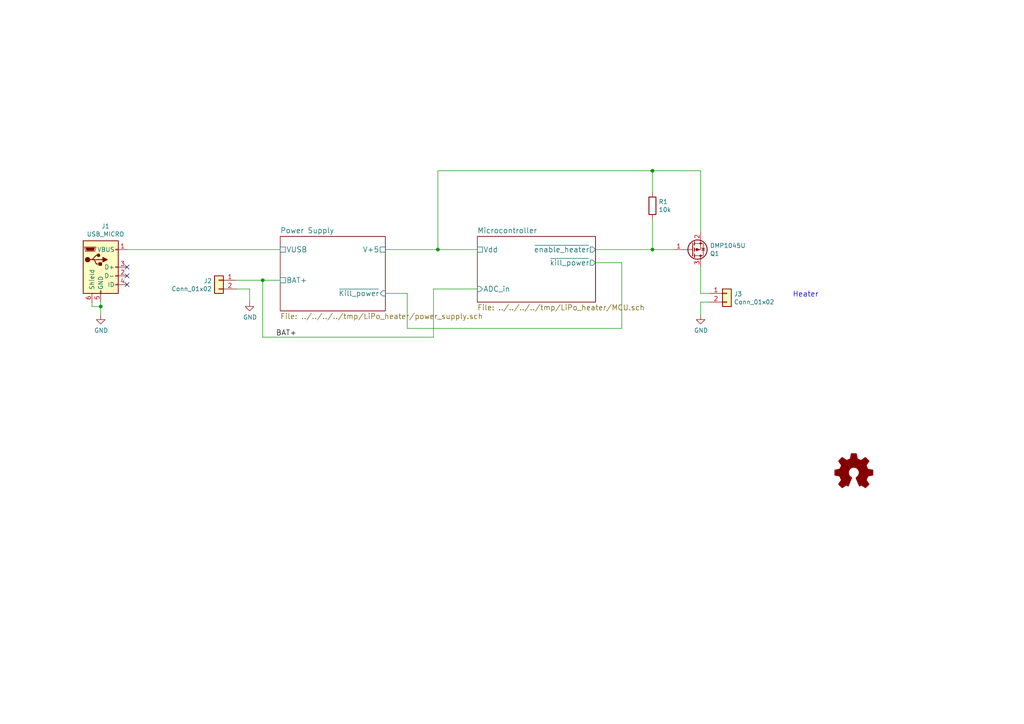
<source format=kicad_sch>
(kicad_sch (version 20230121) (generator eeschema)
  (paper "A4")
  (lib_symbols
    (symbol "Connector_Generic:Conn_01x02" (pin_names (offset 1.016) hide)
      (property "Reference" "J" (at 0 2.54 0))
      (property "Value" "Conn_01x02" (at 0 -5.08 0))
      (symbol "Conn_01x02_1_1"
        (rectangle (start -1.27 -2.413) (end 0 -2.667) (stroke (width 0.1524)))
        (rectangle (start -1.27 0.127) (end 0 -0.127) (stroke (width 0.1524)))
        (rectangle (start -1.27 1.27) (end 1.27 -3.81) (stroke (width 0.254)) (fill (type background)))
        (pin passive line (at -5.08 0 0) (length 3.81) (name "Pin_1") (number "1"))
        (pin passive line (at -5.08 -2.54 0) (length 3.81) (name "Pin_2") (number "2"))
      )
    )
    (symbol "Device:Q_PMOS_GSD" (pin_names (offset 0) hide)
      (property "Reference" "Q" (at 5.08 1.27 0))
      (property "Value" "Q_PMOS_GSD" (at 5.08 -1.27 0))
      (symbol "Q_PMOS_GSD_0_1"
        (polyline (pts (xy 0.254 0) (xy -2.54 0)))
        (polyline (pts (xy 0.254 1.905) (xy 0.254 -1.905)) (stroke (width 0.254)))
        (polyline (pts (xy 0.762 -1.27) (xy 0.762 -2.286)) (stroke (width 0.254)))
        (polyline (pts (xy 0.762 0.508) (xy 0.762 -0.508)) (stroke (width 0.254)))
        (polyline (pts (xy 0.762 2.286) (xy 0.762 1.27)) (stroke (width 0.254)))
        (polyline (pts (xy 2.54 2.54) (xy 2.54 1.778)))
        (polyline (pts (xy 2.54 -2.54) (xy 2.54 0) (xy 0.762 0)))
        (polyline (pts (xy 0.762 1.778) (xy 3.302 1.778) (xy 3.302 -1.778) (xy 0.762 -1.778)))
        (polyline (pts (xy 2.286 0) (xy 1.27 0.381) (xy 1.27 -0.381) (xy 2.286 0)) (fill (type outline)))
        (polyline (pts (xy 2.794 -0.508) (xy 2.921 -0.381) (xy 3.683 -0.381) (xy 3.81 -0.254)))
        (polyline (pts (xy 3.302 -0.381) (xy 2.921 0.254) (xy 3.683 0.254) (xy 3.302 -0.381)))
        (circle (center 1.651 0) (radius 2.794) (stroke (width 0.254)))
        (circle (center 2.54 -1.778) (radius 0.254) (fill (type outline)))
        (circle (center 2.54 1.778) (radius 0.254) (fill (type outline)))
      )
      (symbol "Q_PMOS_GSD_1_1"
        (pin input line (at -5.08 0 0) (length 2.54) (name "G") (number "1"))
        (pin passive line (at 2.54 -5.08 90) (length 2.54) (name "S") (number "2"))
        (pin passive line (at 2.54 5.08 270) (length 2.54) (name "D") (number "3"))
      )
    )
    (symbol "Device:R" (pin_numbers hide) (pin_names (offset 0))
      (property "Reference" "R" (at 2.032 0 90))
      (property "Value" "R" (at 0 0 90))
      (symbol "R_0_1"
        (rectangle (start -1.016 -2.54) (end 1.016 2.54) (stroke (width 0.254)))
      )
      (symbol "R_1_1"
        (pin passive line (at 0 3.81 270) (length 1.27) (name "~") (number "1"))
        (pin passive line (at 0 -3.81 90) (length 1.27) (name "~") (number "2"))
      )
    )
    (symbol "Graphic:Logo_Open_Hardware_Small" (in_bom no) (on_board no)
      (symbol "Logo_Open_Hardware_Small_0_1"
        (polyline (pts (xy 3.3528 -4.3434) (xy 3.302 -4.318) (xy 3.175 -4.2418) (xy 2.9972 -4.1148) (xy 2.7686 -3.9624) (xy 2.54 -3.81) (xy 2.3622 -3.7084) (xy 2.2352 -3.6068) (xy 2.1844 -3.5814) (xy 2.159 -3.6068) (xy 2.0574 -3.6576) (xy 1.905 -3.7338) (xy 1.8034 -3.7846) (xy 1.6764 -3.8354) (xy 1.6002 -3.8354) (xy 1.6002 -3.8354) (xy 1.5494 -3.7338) (xy 1.4732 -3.5306) (xy 1.3462 -3.302) (xy 1.2446 -3.0226) (xy 1.1176 -2.7178) (xy 0.9652 -2.413) (xy 0.8636 -2.1082) (xy 0.7366 -1.8288) (xy 0.6604 -1.6256) (xy 0.6096 -1.4732) (xy 0.5842 -1.397) (xy 0.5842 -1.397) (xy 0.6604 -1.3208) (xy 0.7874 -1.2446) (xy 1.0414 -1.016) (xy 1.2954 -0.6858) (xy 1.4478 -0.3302) (xy 1.524 0.0762) (xy 1.4732 0.4572) (xy 1.3208 0.8128) (xy 1.0668 1.143) (xy 0.762 1.3716) (xy 0.4064 1.524) (xy 0 1.5748) (xy -0.381 1.5494) (xy -0.7366 1.397) (xy -1.0668 1.143) (xy -1.2192 0.9906) (xy -1.397 0.6604) (xy -1.524 0.3048) (xy -1.524 0.2286) (xy -1.4986 -0.1778) (xy -1.397 -0.5334) (xy -1.1938 -0.8636) (xy -0.9144 -1.143) (xy -0.8636 -1.1684) (xy -0.7366 -1.27) (xy -0.635 -1.3462) (xy -0.5842 -1.397) (xy -1.0668 -2.5908) (xy -1.143 -2.794) (xy -1.2954 -3.1242) (xy -1.397 -3.4036) (xy -1.4986 -3.6322) (xy -1.5748 -3.7846) (xy -1.6002 -3.8354) (xy -1.6002 -3.8354) (xy -1.651 -3.8354) (xy -1.7272 -3.81) (xy -1.905 -3.7338) (xy -2.0066 -3.683) (xy -2.1336 -3.6068) (xy -2.2098 -3.5814) (xy -2.2606 -3.6068) (xy -2.3622 -3.683) (xy -2.54 -3.81) (xy -2.7686 -3.9624) (xy -2.9718 -4.0894) (xy -3.1496 -4.2164) (xy -3.302 -4.318) (xy -3.3528 -4.3434) (xy -3.3782 -4.3434) (xy -3.429 -4.318) (xy -3.5306 -4.2164) (xy -3.7084 -4.064) (xy -3.937 -3.8354) (xy -3.9624 -3.81) (xy -4.1656 -3.6068) (xy -4.318 -3.4544) (xy -4.4196 -3.3274) (xy -4.445 -3.2766) (xy -4.445 -3.2766) (xy -4.4196 -3.2258) (xy -4.318 -3.0734) (xy -4.2164 -2.8956) (xy -4.064 -2.667) (xy -3.6576 -2.0828) (xy -3.8862 -1.5494) (xy -3.937 -1.3716) (xy -4.0386 -1.1684) (xy -4.0894 -1.0414) (xy -4.1148 -0.9652) (xy -4.191 -0.9398) (xy -4.318 -0.9144) (xy -4.5466 -0.8636) (xy -4.8006 -0.8128) (xy -5.0546 -0.7874) (xy -5.2578 -0.7366) (xy -5.4356 -0.7112) (xy -5.5118 -0.6858) (xy -5.5118 -0.6858) (xy -5.5372 -0.635) (xy -5.5372 -0.5588) (xy -5.5372 -0.4318) (xy -5.5626 -0.2286) (xy -5.5626 0.0762) (xy -5.5626 0.127) (xy -5.5372 0.4064) (xy -5.5372 0.635) (xy -5.5372 0.762) (xy -5.5372 0.8382) (xy -5.5372 0.8382) (xy -5.461 0.8382) (xy -5.3086 0.889) (xy -5.08 0.9144) (xy -4.826 0.9652) (xy -4.8006 0.9906) (xy -4.5466 1.0414) (xy -4.318 1.0668) (xy -4.1656 1.1176) (xy -4.0894 1.143) (xy -4.0894 1.143) (xy -4.0386 1.2446) (xy -3.9624 1.4224) (xy -3.8608 1.6256) (xy -3.7846 1.8288) (xy -3.7084 2.0066) (xy -3.6576 2.159) (xy -3.6322 2.2098) (xy -3.6322 2.2098) (xy -3.683 2.286) (xy -3.7592 2.413) (xy -3.8862 2.5908) (xy -4.064 2.8194) (xy -4.064 2.8448) (xy -4.2164 3.0734) (xy -4.3434 3.2512) (xy -4.4196 3.3782) (xy -4.445 3.4544) (xy -4.445 3.4544) (xy -4.3942 3.5052) (xy -4.2926 3.6322) (xy -4.1148 3.81) (xy -3.937 4.0132) (xy -3.8608 4.064) (xy -3.6576 4.2926) (xy -3.5052 4.4196) (xy -3.4036 4.4958) (xy -3.3528 4.5212) (xy -3.3528 4.5212) (xy -3.302 4.4704) (xy -3.1496 4.3688) (xy -2.9718 4.2418) (xy -2.7432 4.0894) (xy -2.7178 4.0894) (xy -2.4892 3.937) (xy -2.3114 3.81) (xy -2.1844 3.7084) (xy -2.1336 3.683) (xy -2.1082 3.683) (xy -2.032 3.7084) (xy -1.8542 3.7592) (xy -1.6764 3.8354) (xy -1.4732 3.937) (xy -1.27 4.0132) (xy -1.143 4.064) (xy -1.0668 4.1148) (xy -1.0668 4.1148) (xy -1.0414 4.191) (xy -1.016 4.3434) (xy -0.9652 4.572) (xy -0.9144 4.8514) (xy -0.889 4.9022) (xy -0.8382 5.1562) (xy -0.8128 5.3848) (xy -0.7874 5.5372) (xy -0.762 5.588) (xy -0.7112 5.6134) (xy -0.5842 5.6134) (xy -0.4064 5.6134) (xy -0.1524 5.6134) (xy 0.0762 5.6134) (xy 0.3302 5.6134) (xy 0.5334 5.6134) (xy 0.6858 5.588) (xy 0.7366 5.588) (xy 0.7366 5.588) (xy 0.762 5.5118) (xy 0.8128 5.334) (xy 0.8382 5.1054) (xy 0.9144 4.826) (xy 0.9144 4.7752) (xy 0.9652 4.5212) (xy 1.016 4.2926) (xy 1.0414 4.1402) (xy 1.0668 4.0894) (xy 1.0668 4.0894) (xy 1.1938 4.0386) (xy 1.3716 3.9624) (xy 1.5748 3.8608) (xy 2.0828 3.6576) (xy 2.7178 4.0894) (xy 2.7686 4.1402) (xy 2.9972 4.2926) (xy 3.175 4.4196) (xy 3.302 4.4958) (xy 3.3782 4.5212) (xy 3.3782 4.5212) (xy 3.429 4.4704) (xy 3.556 4.3434) (xy 3.7338 4.191) (xy 3.9116 3.9878) (xy 4.064 3.8354) (xy 4.2418 3.6576) (xy 4.3434 3.556) (xy 4.4196 3.4798) (xy 4.4196 3.429) (xy 4.4196 3.4036) (xy 4.3942 3.3274) (xy 4.2926 3.2004) (xy 4.1656 2.9972) (xy 4.0132 2.794) (xy 3.8862 2.5908) (xy 3.7592 2.3876) (xy 3.6576 2.2352) (xy 3.6322 2.159) (xy 3.6322 2.1336) (xy 3.683 2.0066) (xy 3.7592 1.8288) (xy 3.8608 1.6002) (xy 4.064 1.1176) (xy 4.3942 1.0414) (xy 4.5974 1.016) (xy 4.8768 0.9652) (xy 5.1308 0.9144) (xy 5.5372 0.8382) (xy 5.5626 -0.6604) (xy 5.4864 -0.6858) (xy 5.4356 -0.6858) (xy 5.2832 -0.7366) (xy 5.0546 -0.762) (xy 4.8006 -0.8128) (xy 4.5974 -0.8636) (xy 4.3688 -0.9144) (xy 4.2164 -0.9398) (xy 4.1402 -0.9398) (xy 4.1148 -0.9652) (xy 4.064 -1.0668) (xy 3.9878 -1.2446) (xy 3.9116 -1.4478) (xy 3.81 -1.651) (xy 3.7338 -1.8542) (xy 3.683 -2.0066) (xy 3.6576 -2.0828) (xy 3.683 -2.1336) (xy 3.7846 -2.2606) (xy 3.8862 -2.4638) (xy 4.0386 -2.667) (xy 4.191 -2.8956) (xy 4.318 -3.0734) (xy 4.3942 -3.2004) (xy 4.445 -3.2766) (xy 4.4196 -3.3274) (xy 4.3434 -3.429) (xy 4.1656 -3.5814) (xy 3.937 -3.8354) (xy 3.8862 -3.8608) (xy 3.683 -4.064) (xy 3.5306 -4.2164) (xy 3.4036 -4.318) (xy 3.3528 -4.3434)) (fill (type outline)))
      )
    )
    (symbol "main-rescue:USB_B_Micro-Connector" (pin_names (offset 1.016))
      (property "Reference" "J" (at -5.08 11.43 0))
      (property "Value" "Connector:USB_B_Micro" (at -5.08 8.89 0))
      (symbol "USB_B_Micro-Connector_0_1"
        (rectangle (start -5.08 -7.62) (end 5.08 7.62) (stroke (width 0.254)) (fill (type background)))
        (circle (center -3.81 2.159) (radius 0.635) (stroke (width 0.254)) (fill (type outline)))
        (circle (center -0.635 3.429) (radius 0.381) (stroke (width 0.254)) (fill (type outline)))
        (rectangle (start -0.127 -7.62) (end 0.127 -6.858))
        (polyline (pts (xy -1.905 2.159) (xy 0.635 2.159)) (stroke (width 0.254)))
        (polyline (pts (xy -3.175 2.159) (xy -2.54 2.159) (xy -1.27 3.429) (xy -0.635 3.429)) (stroke (width 0.254)))
        (polyline (pts (xy -2.54 2.159) (xy -1.905 2.159) (xy -1.27 0.889) (xy 0 0.889)) (stroke (width 0.254)))
        (polyline (pts (xy 0.635 2.794) (xy 0.635 1.524) (xy 1.905 2.159) (xy 0.635 2.794)) (stroke (width 0.254)) (fill (type outline)))
        (polyline (pts (xy -4.318 5.588) (xy -1.778 5.588) (xy -2.032 4.826) (xy -4.064 4.826) (xy -4.318 5.588)) (fill (type outline)))
        (polyline (pts (xy -4.699 5.842) (xy -4.699 5.588) (xy -4.445 4.826) (xy -4.445 4.572) (xy -1.651 4.572) (xy -1.651 4.826) (xy -1.397 5.588) (xy -1.397 5.842) (xy -4.699 5.842)))
        (rectangle (start 0.254 1.27) (end -0.508 0.508) (stroke (width 0.254)) (fill (type outline)))
        (rectangle (start 5.08 -5.207) (end 4.318 -4.953))
        (rectangle (start 5.08 -2.667) (end 4.318 -2.413))
        (rectangle (start 5.08 -0.127) (end 4.318 0.127))
        (rectangle (start 5.08 4.953) (end 4.318 5.207))
      )
      (symbol "USB_B_Micro-Connector_1_1"
        (pin power_out line (at 7.62 5.08 180) (length 2.54) (name "VBUS") (number "1"))
        (pin passive line (at 7.62 -2.54 180) (length 2.54) (name "D-") (number "2"))
        (pin passive line (at 7.62 0 180) (length 2.54) (name "D+") (number "3"))
        (pin passive line (at 7.62 -5.08 180) (length 2.54) (name "ID") (number "4"))
        (pin power_out line (at 0 -10.16 90) (length 2.54) (name "GND") (number "5"))
        (pin passive line (at -2.54 -10.16 90) (length 2.54) (name "Shield") (number "6"))
      )
    )
    (symbol "power:GND" (power) (pin_names (offset 0))
      (property "Value" "GND" (at 0 -3.81 0))
      (symbol "GND_0_1"
        (polyline (pts (xy 0 0) (xy 0 -1.27) (xy 1.27 -1.27) (xy 0 -2.54) (xy -1.27 -1.27) (xy 0 -1.27)))
      )
      (symbol "GND_1_1"
        (pin power_in line (at 0 0 270) (length 0) hide (name "GND") (number "1"))
      )
    )
  )
  (junction (at 189.23 49.53))
  (junction (at 76.2 81.28))
  (junction (at 127 72.39))
  (junction (at 189.23 72.39))
  (junction (at 29.21 88.9))
  (no_connect (at 36.83 77.47))
  (no_connect (at 36.83 82.55))
  (no_connect (at 36.83 80.01))
  (wire (pts (xy 29.21 88.9) (xy 29.21 91.44)))
  (wire (pts (xy 68.58 81.28) (xy 76.2 81.28)))
  (wire (pts (xy 203.2 85.09) (xy 205.74 85.09)))
  (wire (pts (xy 189.23 55.88) (xy 189.23 49.53)))
  (wire (pts (xy 76.2 81.28) (xy 76.2 97.79)))
  (wire (pts (xy 203.2 77.47) (xy 203.2 85.09)))
  (wire (pts (xy 203.2 87.63) (xy 203.2 91.44)))
  (wire (pts (xy 76.2 81.28) (xy 81.28 81.28)))
  (wire (pts (xy 189.23 72.39) (xy 195.58 72.39)))
  (wire (pts (xy 189.23 49.53) (xy 203.2 49.53)))
  (wire (pts (xy 118.11 85.09) (xy 111.76 85.09)))
  (wire (pts (xy 36.83 72.39) (xy 81.28 72.39)))
  (wire (pts (xy 203.2 49.53) (xy 203.2 67.31)))
  (wire (pts (xy 172.72 76.2) (xy 180.34 76.2)))
  (wire (pts (xy 180.34 95.25) (xy 118.11 95.25)))
  (wire (pts (xy 118.11 95.25) (xy 118.11 85.09)))
  (wire (pts (xy 72.39 83.82) (xy 72.39 87.63)))
  (wire (pts (xy 29.21 87.63) (xy 29.21 88.9)))
  (wire (pts (xy 76.2 97.79) (xy 125.73 97.79)))
  (wire (pts (xy 189.23 63.5) (xy 189.23 72.39)))
  (wire (pts (xy 127 72.39) (xy 138.43 72.39)))
  (wire (pts (xy 111.76 72.39) (xy 127 72.39)))
  (wire (pts (xy 180.34 76.2) (xy 180.34 95.25)))
  (wire (pts (xy 127 49.53) (xy 189.23 49.53)))
  (wire (pts (xy 26.67 88.9) (xy 29.21 88.9)))
  (wire (pts (xy 125.73 83.82) (xy 138.43 83.82)))
  (wire (pts (xy 127 72.39) (xy 127 49.53)))
  (wire (pts (xy 205.74 87.63) (xy 203.2 87.63)))
  (wire (pts (xy 26.67 87.63) (xy 26.67 88.9)))
  (wire (pts (xy 68.58 83.82) (xy 72.39 83.82)))
  (wire (pts (xy 172.72 72.39) (xy 189.23 72.39)))
  (wire (pts (xy 125.73 97.79) (xy 125.73 83.82)))
  (text "Heater" (at 229.87 86.36 0) (effects (font (size 1.524 1.524)) (justify left bottom)))
  (label "BAT+" (at 80.01 97.79 0) (effects (font (size 1.524 1.524))))
  (symbol (lib_id "power:GND") (at 29.21 91.44 0) (unit 1)
    (property "Reference" "#PWR01" (effects hide))
    (property "Value" "GND" (at 29.337 95.8342 0))
  )
  (symbol (lib_id "power:GND") (at 203.2 91.44 0) (unit 1)
    (property "Reference" "#PWR03" (effects hide))
    (property "Value" "GND" (at 203.327 95.8342 0))
  )
  (symbol (lib_id "main-rescue:USB_B_Micro-Connector") (at 29.21 77.47 0) (unit 1)
    (property "Reference" "J1" (at 30.607 65.6082 0))
    (property "Value" "USB_MICRO" (at 30.607 67.9196 0))
    (property "Footprint" "Custom_footprints:USB_MICRO" (effects hide))
  )
  (symbol (lib_id "Connector_Generic:Conn_01x02") (at 63.5 81.28 0) (mirror y) (unit 1)
    (property "Reference" "J2" (at 61.468 81.4832 0) (effects (justify left)))
    (property "Value" "Conn_01x02" (at 61.468 83.7946 0) (effects (justify left)))
    (property "Footprint" "Connectors_JST:JST_PH_B2B-PH-K_02x2.00mm_Straight" (effects hide))
    (property "MFN" "JST" (effects hide))
    (property "MFP" "B2B-PH-K-S(LF)(SN)" (effects hide))
  )
  (symbol (lib_id "power:GND") (at 72.39 87.63 0) (unit 1)
    (property "Reference" "#PWR02" (effects hide))
    (property "Value" "GND" (at 72.517 92.0242 0))
  )
  (symbol (lib_id "Device:Q_PMOS_GSD") (at 200.66 72.39 0) (mirror x) (unit 1)
    (property "Reference" "Q1" (at 205.8924 73.5584 0) (effects (justify left)))
    (property "Value" "DMP1045U" (at 205.8924 71.247 0) (effects (justify left)))
    (property "Footprint" "Package_TO_SOT_SMD:SOT-23" (effects hide))
    (property "MFN" "Diodes Inc." (effects hide))
    (property "MFP" "DMP1045U" (effects hide))
  )
  (symbol (lib_id "Device:R") (at 189.23 59.69 0) (unit 1)
    (property "Reference" "R1" (at 191.008 58.5216 0) (effects (justify left)))
    (property "Value" "10k" (at 191.008 60.833 0) (effects (justify left)))
    (property "Footprint" "Resistor_SMD:R_0603_1608Metric" (effects hide))
    (property "MFN" "Yageo" (effects hide))
    (property "MFP" "RC0603JR-0710KL" (effects hide))
  )
  (symbol (lib_id "Connector_Generic:Conn_01x02") (at 210.82 85.09 0) (unit 1)
    (property "Reference" "J3" (at 212.852 85.2932 0) (effects (justify left)))
    (property "Value" "Conn_01x02" (at 212.852 87.6046 0) (effects (justify left)))
    (property "Footprint" "Connectors_JST:JST_PH_B2B-PH-K_02x2.00mm_Straight" (effects hide))
    (property "MFN" "JST" (effects hide))
    (property "MFP" "B2B-PH-K-S(LF)(SN)" (effects hide))
  )
  (symbol (lib_id "Graphic:Logo_Open_Hardware_Small") (at 247.65 137.16 0) (unit 1)
    (property "Reference" "LOGO1" (effects hide))
    (property "Value" "Logo_Open_Hardware_Small" (effects hide))
    (property "Footprint" "Symbol:OSHW-Logo_7.5x8mm_SilkScreen" (effects hide))
  )
  (sheet (at 81.28 68.58) (size 30.48 21.59)
    (property "Sheetname" "Power Supply" (at 81.28 67.7414 0) (effects (font (size 1.524 1.524)) (justify left bottom)))
    (property "Sheetfile" "../../../../tmp/LiPo_heater/power_supply.sch" (at 81.28 90.8562 0) (effects (font (size 1.524 1.524)) (justify left top)))
    (pin "VUSB" passive (at 81.28 72.39 180) (effects (font (size 1.524 1.524))))
    (pin "BAT+" passive (at 81.28 81.28 180) (effects (font (size 1.524 1.524))))
    (pin "V+5" passive (at 111.76 72.39 0) (effects (font (size 1.524 1.524))))
    (pin "~{Kill_power}" input (at 111.76 85.09 0) (effects (font (size 1.524 1.524))))
  )
  (sheet (at 138.43 68.58) (size 34.29 19.05)
    (property "Sheetname" "Microcontroller" (at 138.43 67.7414 0) (effects (font (size 1.524 1.524)) (justify left bottom)))
    (property "Sheetfile" "../../../../tmp/LiPo_heater/MCU.sch" (at 138.43 88.3162 0) (effects (font (size 1.524 1.524)) (justify left top)))
    (pin "ADC_in" input (at 138.43 83.82 180) (effects (font (size 1.524 1.524))))
    (pin "Vdd" passive (at 138.43 72.39 180) (effects (font (size 1.524 1.524))))
    (pin "~{enable_heater}" output (at 172.72 72.39 0) (effects (font (size 1.524 1.524))))
    (pin "~{kill_power}" output (at 172.72 76.2 0) (effects (font (size 1.524 1.524))))
  )
)
</source>
